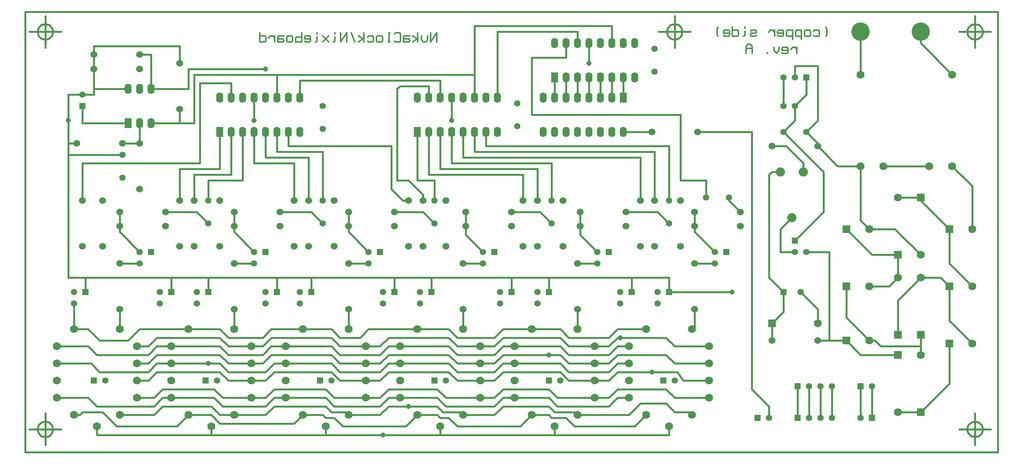
<source format=gbr>
G04 (Genere par PCBnew (20080825c)) le 18/8/2009-19:22:28*
G01*
G70*
G90*
%MOIN*%
G04 Gerber Fmt 3.4, Leading zero omitted, Abs format*
%FSLAX34Y34*%
G04 APERTURE LIST*
%ADD10C,0.015000*%
%ADD11C,0.012000*%
%ADD12C,0.070000*%
%ADD13R,0.062000X0.090000*%
%ADD14O,0.062000X0.090000*%
%ADD15C,0.055000*%
%ADD16R,0.070000X0.070000*%
%ADD17R,0.055000X0.055000*%
%ADD18C,0.060000*%
%ADD19C,0.160000*%
%ADD20C,0.080000*%
%ADD21C,0.045000*%
%ADD22C,0.017000*%
%ADD23C,0.005000*%
%ADD24C,0.001000*%
%ADD25C,0.008000*%
%ADD26C,0.010000*%
%ADD27C,0.090000*%
%ADD28R,0.082000X0.110000*%
%ADD29O,0.082000X0.110000*%
%ADD30C,0.075000*%
%ADD31R,0.090000X0.090000*%
%ADD32R,0.075000X0.075000*%
%ADD33C,0.180000*%
%ADD34C,0.100000*%
G04 APERTURE END LIST*
G54D10*
X96500Y-57250D02*
X96750Y-57250D01*
X89750Y-57250D02*
X96500Y-57250D01*
X71250Y-18750D02*
X96750Y-18750D01*
X11750Y-18750D02*
X12250Y-18750D01*
X11750Y-57250D02*
X11750Y-18750D01*
X12250Y-57250D02*
X11750Y-57250D01*
X96750Y-18750D02*
X96750Y-57250D01*
X69189Y-20500D02*
X69096Y-20844D01*
X69096Y-20844D02*
X68844Y-21096D01*
X68844Y-21096D02*
X68500Y-21189D01*
X68500Y-21189D02*
X68156Y-21096D01*
X68156Y-21096D02*
X67904Y-20844D01*
X67904Y-20844D02*
X67811Y-20500D01*
X67811Y-20500D02*
X67904Y-20156D01*
X67904Y-20156D02*
X68156Y-19904D01*
X68156Y-19904D02*
X68500Y-19811D01*
X68500Y-19811D02*
X68844Y-19904D01*
X68844Y-19904D02*
X69096Y-20156D01*
X69096Y-20156D02*
X69189Y-20500D01*
X67122Y-20500D02*
X69878Y-20500D01*
X68500Y-19122D02*
X68500Y-21878D01*
G54D11*
X47698Y-21400D02*
X47698Y-20600D01*
X47698Y-20600D02*
X47173Y-21400D01*
X47173Y-21400D02*
X47173Y-20600D01*
X46912Y-20867D02*
X46912Y-21223D01*
X46912Y-21223D02*
X46762Y-21400D01*
X46762Y-21400D02*
X46537Y-21400D01*
X46537Y-21400D02*
X46387Y-21223D01*
X46387Y-21223D02*
X46387Y-20867D01*
X46051Y-21400D02*
X46051Y-20600D01*
X46051Y-21134D02*
X45976Y-21134D01*
X45976Y-21134D02*
X45601Y-20867D01*
X45976Y-21134D02*
X45601Y-21400D01*
X45340Y-20867D02*
X44890Y-20867D01*
X44890Y-20867D02*
X44815Y-20956D01*
X44815Y-20956D02*
X44815Y-21400D01*
X44815Y-21400D02*
X45265Y-21400D01*
X45265Y-21400D02*
X45340Y-21312D01*
X45340Y-21312D02*
X45340Y-21223D01*
X45340Y-21223D02*
X45265Y-21134D01*
X45265Y-21134D02*
X44815Y-21134D01*
X44029Y-21312D02*
X44104Y-21400D01*
X44104Y-21400D02*
X44479Y-21400D01*
X44479Y-21400D02*
X44554Y-21312D01*
X44554Y-21312D02*
X44554Y-20689D01*
X44554Y-20689D02*
X44479Y-20600D01*
X44479Y-20600D02*
X44104Y-20600D01*
X44104Y-20600D02*
X44029Y-20689D01*
X43618Y-20600D02*
X43543Y-20600D01*
X43543Y-20600D02*
X43543Y-21400D01*
X43618Y-21400D02*
X43468Y-21400D01*
X42907Y-21400D02*
X42982Y-21312D01*
X42982Y-21312D02*
X42982Y-20956D01*
X42982Y-20956D02*
X42907Y-20867D01*
X42907Y-20867D02*
X42532Y-20867D01*
X42532Y-20867D02*
X42457Y-20956D01*
X42457Y-20956D02*
X42457Y-21312D01*
X42457Y-21312D02*
X42532Y-21400D01*
X42532Y-21400D02*
X42907Y-21400D01*
X41671Y-21312D02*
X41746Y-21400D01*
X41746Y-21400D02*
X42121Y-21400D01*
X42121Y-21400D02*
X42196Y-21312D01*
X42196Y-21312D02*
X42196Y-20956D01*
X42196Y-20956D02*
X42121Y-20867D01*
X42121Y-20867D02*
X41746Y-20867D01*
X41746Y-20867D02*
X41671Y-20956D01*
X41335Y-21400D02*
X41335Y-20600D01*
X41335Y-21134D02*
X41260Y-21134D01*
X41260Y-21134D02*
X40885Y-20867D01*
X41260Y-21134D02*
X40885Y-21400D01*
X40549Y-21400D02*
X40249Y-20600D01*
X39838Y-21400D02*
X39838Y-20600D01*
X39838Y-20600D02*
X39313Y-21400D01*
X39313Y-21400D02*
X39313Y-20600D01*
X38827Y-20600D02*
X38827Y-20689D01*
X38827Y-20956D02*
X38827Y-21312D01*
X38827Y-21312D02*
X38752Y-21400D01*
X38752Y-21400D02*
X38677Y-21400D01*
X38266Y-21400D02*
X37741Y-20867D01*
X38266Y-20867D02*
X37741Y-21400D01*
X37255Y-20600D02*
X37255Y-20689D01*
X37255Y-20956D02*
X37255Y-21312D01*
X37255Y-21312D02*
X37180Y-21400D01*
X37180Y-21400D02*
X37105Y-21400D01*
X36694Y-21134D02*
X36169Y-21134D01*
X36169Y-21134D02*
X36169Y-20956D01*
X36169Y-20956D02*
X36244Y-20867D01*
X36244Y-20867D02*
X36619Y-20867D01*
X36619Y-20867D02*
X36694Y-20956D01*
X36694Y-20956D02*
X36694Y-21312D01*
X36694Y-21312D02*
X36619Y-21400D01*
X36619Y-21400D02*
X36244Y-21400D01*
X36244Y-21400D02*
X36169Y-21312D01*
X35908Y-20600D02*
X35908Y-21400D01*
X35908Y-21400D02*
X35383Y-21400D01*
X35383Y-21400D02*
X35383Y-21045D01*
X35383Y-21045D02*
X35458Y-20956D01*
X35458Y-20956D02*
X35908Y-20956D01*
X35047Y-21400D02*
X35122Y-21312D01*
X35122Y-21312D02*
X35122Y-20956D01*
X35122Y-20956D02*
X35047Y-20867D01*
X35047Y-20867D02*
X34672Y-20867D01*
X34672Y-20867D02*
X34597Y-20956D01*
X34597Y-20956D02*
X34597Y-21312D01*
X34597Y-21312D02*
X34672Y-21400D01*
X34672Y-21400D02*
X35047Y-21400D01*
X34336Y-20867D02*
X33886Y-20867D01*
X33886Y-20867D02*
X33811Y-20956D01*
X33811Y-20956D02*
X33811Y-21400D01*
X33811Y-21400D02*
X34261Y-21400D01*
X34261Y-21400D02*
X34336Y-21312D01*
X34336Y-21312D02*
X34336Y-21223D01*
X34336Y-21223D02*
X34261Y-21134D01*
X34261Y-21134D02*
X33811Y-21134D01*
X33550Y-21400D02*
X33550Y-20867D01*
X33550Y-21045D02*
X33400Y-20867D01*
X33400Y-20867D02*
X33175Y-20867D01*
X33175Y-20867D02*
X33025Y-21045D01*
X32239Y-20600D02*
X32239Y-21400D01*
X32239Y-21400D02*
X32689Y-21400D01*
X32689Y-21400D02*
X32764Y-21312D01*
X32764Y-21312D02*
X32764Y-20956D01*
X32764Y-20956D02*
X32689Y-20867D01*
X32689Y-20867D02*
X32239Y-20867D01*
X81722Y-20900D02*
X81797Y-20723D01*
X81797Y-20723D02*
X81797Y-20278D01*
X81797Y-20278D02*
X81722Y-20100D01*
X80636Y-20812D02*
X80711Y-20900D01*
X80711Y-20900D02*
X81086Y-20900D01*
X81086Y-20900D02*
X81161Y-20812D01*
X81161Y-20812D02*
X81161Y-20456D01*
X81161Y-20456D02*
X81086Y-20367D01*
X81086Y-20367D02*
X80711Y-20367D01*
X80711Y-20367D02*
X80636Y-20456D01*
X80300Y-20900D02*
X80375Y-20812D01*
X80375Y-20812D02*
X80375Y-20456D01*
X80375Y-20456D02*
X80300Y-20367D01*
X80300Y-20367D02*
X79925Y-20367D01*
X79925Y-20367D02*
X79850Y-20456D01*
X79850Y-20456D02*
X79850Y-20812D01*
X79850Y-20812D02*
X79925Y-20900D01*
X79925Y-20900D02*
X80300Y-20900D01*
X79589Y-21166D02*
X79589Y-20367D01*
X79589Y-20456D02*
X79514Y-20367D01*
X79514Y-20367D02*
X79139Y-20367D01*
X79139Y-20367D02*
X79064Y-20456D01*
X79064Y-20456D02*
X79064Y-20812D01*
X79064Y-20812D02*
X79139Y-20900D01*
X79139Y-20900D02*
X79514Y-20900D01*
X79514Y-20900D02*
X79589Y-20812D01*
X78803Y-21166D02*
X78803Y-20367D01*
X78803Y-20456D02*
X78728Y-20367D01*
X78728Y-20367D02*
X78353Y-20367D01*
X78353Y-20367D02*
X78278Y-20456D01*
X78278Y-20456D02*
X78278Y-20812D01*
X78278Y-20812D02*
X78353Y-20900D01*
X78353Y-20900D02*
X78728Y-20900D01*
X78728Y-20900D02*
X78803Y-20812D01*
X78017Y-20634D02*
X77492Y-20634D01*
X77492Y-20634D02*
X77492Y-20456D01*
X77492Y-20456D02*
X77567Y-20367D01*
X77567Y-20367D02*
X77942Y-20367D01*
X77942Y-20367D02*
X78017Y-20456D01*
X78017Y-20456D02*
X78017Y-20812D01*
X78017Y-20812D02*
X77942Y-20900D01*
X77942Y-20900D02*
X77567Y-20900D01*
X77567Y-20900D02*
X77492Y-20812D01*
X77231Y-20900D02*
X77231Y-20367D01*
X77231Y-20545D02*
X77081Y-20367D01*
X77081Y-20367D02*
X76856Y-20367D01*
X76856Y-20367D02*
X76706Y-20545D01*
X75659Y-20812D02*
X75584Y-20900D01*
X75584Y-20900D02*
X75209Y-20900D01*
X75209Y-20900D02*
X75134Y-20812D01*
X75134Y-20812D02*
X75134Y-20723D01*
X75134Y-20723D02*
X75209Y-20634D01*
X75209Y-20634D02*
X75584Y-20634D01*
X75584Y-20634D02*
X75659Y-20545D01*
X75659Y-20545D02*
X75659Y-20456D01*
X75659Y-20456D02*
X75584Y-20367D01*
X75584Y-20367D02*
X75209Y-20367D01*
X75209Y-20367D02*
X75134Y-20456D01*
X74648Y-20100D02*
X74648Y-20189D01*
X74648Y-20456D02*
X74648Y-20812D01*
X74648Y-20812D02*
X74573Y-20900D01*
X74573Y-20900D02*
X74498Y-20900D01*
X73562Y-20100D02*
X73562Y-20900D01*
X73562Y-20900D02*
X74012Y-20900D01*
X74012Y-20900D02*
X74087Y-20812D01*
X74087Y-20812D02*
X74087Y-20456D01*
X74087Y-20456D02*
X74012Y-20367D01*
X74012Y-20367D02*
X73562Y-20367D01*
X73301Y-20634D02*
X72776Y-20634D01*
X72776Y-20634D02*
X72776Y-20456D01*
X72776Y-20456D02*
X72851Y-20367D01*
X72851Y-20367D02*
X73226Y-20367D01*
X73226Y-20367D02*
X73301Y-20456D01*
X73301Y-20456D02*
X73301Y-20812D01*
X73301Y-20812D02*
X73226Y-20900D01*
X73226Y-20900D02*
X72851Y-20900D01*
X72851Y-20900D02*
X72776Y-20812D01*
X72290Y-20900D02*
X72215Y-20723D01*
X72215Y-20723D02*
X72215Y-20278D01*
X72215Y-20278D02*
X72290Y-20100D01*
X79196Y-22400D02*
X79196Y-21867D01*
X79196Y-22045D02*
X79046Y-21867D01*
X79046Y-21867D02*
X78821Y-21867D01*
X78821Y-21867D02*
X78671Y-22045D01*
X78410Y-22134D02*
X77885Y-22134D01*
X77885Y-22134D02*
X77885Y-21956D01*
X77885Y-21956D02*
X77960Y-21867D01*
X77960Y-21867D02*
X78335Y-21867D01*
X78335Y-21867D02*
X78410Y-21956D01*
X78410Y-21956D02*
X78410Y-22312D01*
X78410Y-22312D02*
X78335Y-22400D01*
X78335Y-22400D02*
X77960Y-22400D01*
X77960Y-22400D02*
X77885Y-22312D01*
X77624Y-21867D02*
X77624Y-22134D01*
X77624Y-22134D02*
X77399Y-22400D01*
X77399Y-22400D02*
X77174Y-22134D01*
X77174Y-22134D02*
X77174Y-21867D01*
X76613Y-22400D02*
X76613Y-22312D01*
X75266Y-22400D02*
X75266Y-21778D01*
X75266Y-21778D02*
X75116Y-21600D01*
X75116Y-21600D02*
X74891Y-21600D01*
X74891Y-21600D02*
X74741Y-21778D01*
X74741Y-21778D02*
X74741Y-22400D01*
X75266Y-21956D02*
X74741Y-21956D01*
G54D10*
X14189Y-20500D02*
X14096Y-20844D01*
X14096Y-20844D02*
X13844Y-21096D01*
X13844Y-21096D02*
X13500Y-21189D01*
X13500Y-21189D02*
X13156Y-21096D01*
X13156Y-21096D02*
X12904Y-20844D01*
X12904Y-20844D02*
X12811Y-20500D01*
X12811Y-20500D02*
X12904Y-20156D01*
X12904Y-20156D02*
X13156Y-19904D01*
X13156Y-19904D02*
X13500Y-19811D01*
X13500Y-19811D02*
X13844Y-19904D01*
X13844Y-19904D02*
X14096Y-20156D01*
X14096Y-20156D02*
X14189Y-20500D01*
X12122Y-20500D02*
X14878Y-20500D01*
X13500Y-19122D02*
X13500Y-21878D01*
X14189Y-55250D02*
X14096Y-55594D01*
X14096Y-55594D02*
X13844Y-55846D01*
X13844Y-55846D02*
X13500Y-55939D01*
X13500Y-55939D02*
X13156Y-55846D01*
X13156Y-55846D02*
X12904Y-55594D01*
X12904Y-55594D02*
X12811Y-55250D01*
X12811Y-55250D02*
X12904Y-54906D01*
X12904Y-54906D02*
X13156Y-54654D01*
X13156Y-54654D02*
X13500Y-54561D01*
X13500Y-54561D02*
X13844Y-54654D01*
X13844Y-54654D02*
X14096Y-54906D01*
X14096Y-54906D02*
X14189Y-55250D01*
X12122Y-55250D02*
X14878Y-55250D01*
X13500Y-53872D02*
X13500Y-56628D01*
X95439Y-20500D02*
X95346Y-20844D01*
X95346Y-20844D02*
X95094Y-21096D01*
X95094Y-21096D02*
X94750Y-21189D01*
X94750Y-21189D02*
X94406Y-21096D01*
X94406Y-21096D02*
X94154Y-20844D01*
X94154Y-20844D02*
X94061Y-20500D01*
X94061Y-20500D02*
X94154Y-20156D01*
X94154Y-20156D02*
X94406Y-19904D01*
X94406Y-19904D02*
X94750Y-19811D01*
X94750Y-19811D02*
X95094Y-19904D01*
X95094Y-19904D02*
X95346Y-20156D01*
X95346Y-20156D02*
X95439Y-20500D01*
X93372Y-20500D02*
X96128Y-20500D01*
X94750Y-19122D02*
X94750Y-21878D01*
X95439Y-55250D02*
X95346Y-55594D01*
X95346Y-55594D02*
X95094Y-55846D01*
X95094Y-55846D02*
X94750Y-55939D01*
X94750Y-55939D02*
X94406Y-55846D01*
X94406Y-55846D02*
X94154Y-55594D01*
X94154Y-55594D02*
X94061Y-55250D01*
X94061Y-55250D02*
X94154Y-54906D01*
X94154Y-54906D02*
X94406Y-54654D01*
X94406Y-54654D02*
X94750Y-54561D01*
X94750Y-54561D02*
X95094Y-54654D01*
X95094Y-54654D02*
X95346Y-54906D01*
X95346Y-54906D02*
X95439Y-55250D01*
X93372Y-55250D02*
X96128Y-55250D01*
X94750Y-53872D02*
X94750Y-56628D01*
X37750Y-57250D02*
X12250Y-57250D01*
X63250Y-57250D02*
X37750Y-57250D01*
X69000Y-57250D02*
X63250Y-57250D01*
X77750Y-57250D02*
X69000Y-57250D01*
X89750Y-57250D02*
X77750Y-57250D01*
X36000Y-18750D02*
X12250Y-18750D01*
X71250Y-18750D02*
X36000Y-18750D01*
G54D12*
X70000Y-46500D03*
X66000Y-46500D03*
X64500Y-48000D03*
X64500Y-49500D03*
X64500Y-51000D03*
X64500Y-52500D03*
X66000Y-54000D03*
X68000Y-55000D03*
X70000Y-54000D03*
X71500Y-52500D03*
X71500Y-51000D03*
X71500Y-49500D03*
X71500Y-48000D03*
X60000Y-46500D03*
X56000Y-46500D03*
X54500Y-48000D03*
X54500Y-49500D03*
X54500Y-51000D03*
X54500Y-52500D03*
X56000Y-54000D03*
X58000Y-55000D03*
X60000Y-54000D03*
X61500Y-52500D03*
X61500Y-51000D03*
X61500Y-49500D03*
X61500Y-48000D03*
X50000Y-46500D03*
X46000Y-46500D03*
X44500Y-48000D03*
X44500Y-49500D03*
X44500Y-51000D03*
X44500Y-52500D03*
X46000Y-54000D03*
X48000Y-55000D03*
X50000Y-54000D03*
X51500Y-52500D03*
X51500Y-51000D03*
X51500Y-49500D03*
X51500Y-48000D03*
X40000Y-46500D03*
X36000Y-46500D03*
X34500Y-48000D03*
X34500Y-49500D03*
X34500Y-51000D03*
X34500Y-52500D03*
X36000Y-54000D03*
X38000Y-55000D03*
X40000Y-54000D03*
X41500Y-52500D03*
X41500Y-51000D03*
X41500Y-49500D03*
X41500Y-48000D03*
X30000Y-46500D03*
X26000Y-46500D03*
X24500Y-48000D03*
X24500Y-49500D03*
X24500Y-51000D03*
X24500Y-52500D03*
X26000Y-54000D03*
X28000Y-55000D03*
X30000Y-54000D03*
X31500Y-52500D03*
X31500Y-51000D03*
X31500Y-49500D03*
X31500Y-48000D03*
X20000Y-46500D03*
X16000Y-46500D03*
X14500Y-48000D03*
X14500Y-49500D03*
X14500Y-51000D03*
X14500Y-52500D03*
X16000Y-54000D03*
X18000Y-55000D03*
X20000Y-54000D03*
X21500Y-52500D03*
X21500Y-51000D03*
X21500Y-49500D03*
X21500Y-48000D03*
G54D13*
X28750Y-29250D03*
G54D14*
X29750Y-29250D03*
X30750Y-29250D03*
X31750Y-29250D03*
X32750Y-29250D03*
X33750Y-29250D03*
X34750Y-29250D03*
X35750Y-29250D03*
X35750Y-26250D03*
X34750Y-26250D03*
X33750Y-26250D03*
X32750Y-26250D03*
X31750Y-26250D03*
X30750Y-26250D03*
X29750Y-26250D03*
X28750Y-26250D03*
G54D13*
X46000Y-29250D03*
G54D14*
X47000Y-29250D03*
X48000Y-29250D03*
X49000Y-29250D03*
X50000Y-29250D03*
X51000Y-29250D03*
X52000Y-29250D03*
X53000Y-29250D03*
X53000Y-26250D03*
X52000Y-26250D03*
X51000Y-26250D03*
X50000Y-26250D03*
X49000Y-26250D03*
X48000Y-26250D03*
X47000Y-26250D03*
X46000Y-26250D03*
G54D13*
X58000Y-24500D03*
G54D14*
X59000Y-24500D03*
X60000Y-24500D03*
X61000Y-24500D03*
X62000Y-24500D03*
X63000Y-24500D03*
X64000Y-24500D03*
X65000Y-24500D03*
X65000Y-21500D03*
X64000Y-21500D03*
X63000Y-21500D03*
X62000Y-21500D03*
X61000Y-21500D03*
X60000Y-21500D03*
X59000Y-21500D03*
X58000Y-21500D03*
G54D13*
X64000Y-26250D03*
G54D14*
X63000Y-26250D03*
X62000Y-26250D03*
X61000Y-26250D03*
X60000Y-26250D03*
X59000Y-26250D03*
X58000Y-26250D03*
X57000Y-26250D03*
X57000Y-29250D03*
X58000Y-29250D03*
X59000Y-29250D03*
X60000Y-29250D03*
X61000Y-29250D03*
X62000Y-29250D03*
X63000Y-29250D03*
X64000Y-29250D03*
G54D15*
X27750Y-37250D03*
X27750Y-35250D03*
X37750Y-37250D03*
X37750Y-35250D03*
X47500Y-37250D03*
X47500Y-35250D03*
X57750Y-37250D03*
X57750Y-35250D03*
X68000Y-37250D03*
X68000Y-35250D03*
X73250Y-35000D03*
X71250Y-35000D03*
X37750Y-27000D03*
X37750Y-29000D03*
X54750Y-26750D03*
X54750Y-28750D03*
X66750Y-22000D03*
X66750Y-24000D03*
X78000Y-29250D03*
X80000Y-29250D03*
X20250Y-33250D03*
X20250Y-31250D03*
G54D12*
X81000Y-46000D03*
G54D16*
X77000Y-46000D03*
G54D12*
X90000Y-40000D03*
G54D16*
X90000Y-35000D03*
G54D12*
X88000Y-42000D03*
G54D16*
X88000Y-47000D03*
G54D12*
X90000Y-48750D03*
G54D16*
X90000Y-53750D03*
G54D12*
X88000Y-35000D03*
G54D16*
X88000Y-40000D03*
G54D12*
X90000Y-42000D03*
G54D16*
X90000Y-47000D03*
G54D12*
X88000Y-53750D03*
G54D16*
X88000Y-48750D03*
G54D17*
X75750Y-54250D03*
G54D15*
X76750Y-54250D03*
G54D17*
X67500Y-51000D03*
G54D15*
X68500Y-51000D03*
G54D17*
X57500Y-51000D03*
G54D15*
X58500Y-51000D03*
G54D17*
X47500Y-51000D03*
G54D15*
X48500Y-51000D03*
G54D17*
X37500Y-51000D03*
G54D15*
X38500Y-51000D03*
G54D17*
X27500Y-51000D03*
G54D15*
X28500Y-51000D03*
G54D17*
X17750Y-51000D03*
G54D15*
X18750Y-51000D03*
G54D17*
X85750Y-54250D03*
G54D15*
X84750Y-54250D03*
G54D18*
X16750Y-35250D03*
X16750Y-39250D03*
X25250Y-35250D03*
X25250Y-39250D03*
X26500Y-35250D03*
X26500Y-39250D03*
X35250Y-35250D03*
X35250Y-39250D03*
X36500Y-35250D03*
X36500Y-39250D03*
X45250Y-35250D03*
X45250Y-39250D03*
X46500Y-35250D03*
X46500Y-39250D03*
X55250Y-35250D03*
X55250Y-39250D03*
X56500Y-35250D03*
X56500Y-39250D03*
X65500Y-35250D03*
X65500Y-39250D03*
X66750Y-35250D03*
X66750Y-39250D03*
X20000Y-36250D03*
X24000Y-36250D03*
X24000Y-37500D03*
X20000Y-37500D03*
X30000Y-36250D03*
X34000Y-36250D03*
X34000Y-37500D03*
X30000Y-37500D03*
X40000Y-36250D03*
X44000Y-36250D03*
X44000Y-37500D03*
X40000Y-37500D03*
X50250Y-36250D03*
X54250Y-36250D03*
X54250Y-37500D03*
X50250Y-37500D03*
X60250Y-36250D03*
X64250Y-36250D03*
X64250Y-37500D03*
X60250Y-37500D03*
X70250Y-36250D03*
X74250Y-36250D03*
X74250Y-37500D03*
X70250Y-37500D03*
X21750Y-23750D03*
X17750Y-23750D03*
X21750Y-22500D03*
X17750Y-22500D03*
X25250Y-27250D03*
X25250Y-23250D03*
X70500Y-29250D03*
X66500Y-29250D03*
X69000Y-39250D03*
X69000Y-35250D03*
X58750Y-39250D03*
X58750Y-35250D03*
X48500Y-39250D03*
X48500Y-35250D03*
X38750Y-39250D03*
X38750Y-35250D03*
X28750Y-39250D03*
X28750Y-35250D03*
X18500Y-39250D03*
X18500Y-35250D03*
X21750Y-30250D03*
X21750Y-34250D03*
X20250Y-30250D03*
X16250Y-30250D03*
X20000Y-40750D03*
X20000Y-44750D03*
X30000Y-40750D03*
X30000Y-44750D03*
X40000Y-40750D03*
X40000Y-44750D03*
X50000Y-40750D03*
X50000Y-44750D03*
X60000Y-40750D03*
X60000Y-44750D03*
X70250Y-40750D03*
X70250Y-44750D03*
X81000Y-47500D03*
X77000Y-47500D03*
X77000Y-30500D03*
X81000Y-30500D03*
G54D17*
X17000Y-43250D03*
G54D15*
X16000Y-43250D03*
X16000Y-44250D03*
G54D17*
X24500Y-43250D03*
G54D15*
X23500Y-43250D03*
X23500Y-44250D03*
G54D17*
X27750Y-43250D03*
G54D15*
X26750Y-43250D03*
X26750Y-44250D03*
G54D17*
X33750Y-43250D03*
G54D15*
X32750Y-43250D03*
X32750Y-44250D03*
G54D17*
X36750Y-43250D03*
G54D15*
X35750Y-43250D03*
X35750Y-44250D03*
G54D17*
X44000Y-43250D03*
G54D15*
X43000Y-43250D03*
X43000Y-44250D03*
G54D17*
X47250Y-43250D03*
G54D15*
X46250Y-43250D03*
X46250Y-44250D03*
G54D17*
X54250Y-43250D03*
G54D15*
X53250Y-43250D03*
X53250Y-44250D03*
G54D17*
X57500Y-43250D03*
G54D15*
X56500Y-43250D03*
X56500Y-44250D03*
G54D17*
X64750Y-43250D03*
G54D15*
X63750Y-43250D03*
X63750Y-44250D03*
G54D17*
X68000Y-43250D03*
G54D15*
X67000Y-43250D03*
X67000Y-44250D03*
G54D17*
X22750Y-39750D03*
G54D15*
X21750Y-39750D03*
X21750Y-40750D03*
G54D17*
X32750Y-39750D03*
G54D15*
X31750Y-39750D03*
X31750Y-40750D03*
G54D17*
X42750Y-39750D03*
G54D15*
X41750Y-39750D03*
X41750Y-40750D03*
G54D17*
X52750Y-39750D03*
G54D15*
X51750Y-39750D03*
X51750Y-40750D03*
G54D17*
X62750Y-39750D03*
G54D15*
X61750Y-39750D03*
X61750Y-40750D03*
G54D17*
X73000Y-39750D03*
G54D15*
X72000Y-39750D03*
X72000Y-40750D03*
G54D17*
X79000Y-38750D03*
G54D15*
X79000Y-39750D03*
X80000Y-39750D03*
G54D12*
X84750Y-24250D03*
X92750Y-24250D03*
X92750Y-32250D03*
X90750Y-32250D03*
X84750Y-32250D03*
X86750Y-32250D03*
G54D19*
X90000Y-20500D03*
X84750Y-20500D03*
G54D15*
X79000Y-27000D03*
X78000Y-27000D03*
G54D17*
X78000Y-43250D03*
G54D15*
X79500Y-43250D03*
G54D17*
X16750Y-27000D03*
G54D15*
X16750Y-26000D03*
G54D16*
X83500Y-47500D03*
G54D12*
X85500Y-47500D03*
G54D16*
X83500Y-42750D03*
G54D12*
X85500Y-42750D03*
G54D16*
X83500Y-37750D03*
G54D12*
X85500Y-37750D03*
G54D16*
X92500Y-47750D03*
G54D12*
X94500Y-47750D03*
G54D16*
X92500Y-42750D03*
G54D12*
X94500Y-42750D03*
G54D16*
X92500Y-37750D03*
G54D12*
X94500Y-37750D03*
G54D17*
X84750Y-51500D03*
G54D15*
X85750Y-51500D03*
G54D17*
X80000Y-24500D03*
G54D15*
X79000Y-24500D03*
X78000Y-24500D03*
G54D17*
X79250Y-51500D03*
G54D15*
X80250Y-51500D03*
X81250Y-51500D03*
X82250Y-51500D03*
G54D17*
X79250Y-54250D03*
G54D15*
X80250Y-54250D03*
X81250Y-54250D03*
X82250Y-54250D03*
G54D20*
X79750Y-32750D03*
X78750Y-36750D03*
X77750Y-32750D03*
G54D13*
X20750Y-28500D03*
G54D14*
X20750Y-25500D03*
X21750Y-28500D03*
X21750Y-25500D03*
X22750Y-28500D03*
X22750Y-25500D03*
G54D21*
X27750Y-49500D03*
X43000Y-55750D03*
X45250Y-53250D03*
X66500Y-50250D03*
X57500Y-48750D03*
X63750Y-47250D03*
X31750Y-28250D03*
X49000Y-28250D03*
X61000Y-23250D03*
X15500Y-28250D03*
X73500Y-43250D03*
X32750Y-23750D03*
G54D22*
X70250Y-44750D02*
X70250Y-46250D01*
X70250Y-46250D02*
X70000Y-46500D01*
X16000Y-46500D02*
X17250Y-46500D01*
X21750Y-46500D02*
X26000Y-46500D01*
X20750Y-47500D02*
X21750Y-46500D01*
X18250Y-47500D02*
X20750Y-47500D01*
X17250Y-46500D02*
X18250Y-47500D01*
X26000Y-46500D02*
X28750Y-46500D01*
X33250Y-46500D02*
X36000Y-46500D01*
X32500Y-47250D02*
X33250Y-46500D01*
X29500Y-47250D02*
X32500Y-47250D01*
X28750Y-46500D02*
X29500Y-47250D01*
X36000Y-46500D02*
X38500Y-46500D01*
X41750Y-46500D02*
X46000Y-46500D01*
X41000Y-47250D02*
X41750Y-46500D01*
X39250Y-47250D02*
X41000Y-47250D01*
X38500Y-46500D02*
X39250Y-47250D01*
X46000Y-46500D02*
X48750Y-46500D01*
X53500Y-46500D02*
X56000Y-46500D01*
X52750Y-47250D02*
X53500Y-46500D01*
X49500Y-47250D02*
X52750Y-47250D01*
X48750Y-46500D02*
X49500Y-47250D01*
X56000Y-46500D02*
X58500Y-46500D01*
X63500Y-46500D02*
X66000Y-46500D01*
X62750Y-47250D02*
X63500Y-46500D01*
X59250Y-47250D02*
X62750Y-47250D01*
X58500Y-46500D02*
X59250Y-47250D01*
X16000Y-44250D02*
X16000Y-46500D01*
X24500Y-48000D02*
X23250Y-48000D01*
X17250Y-48000D02*
X14500Y-48000D01*
X18000Y-48750D02*
X17250Y-48000D01*
X18250Y-48750D02*
X18000Y-48750D01*
X23250Y-48000D02*
X22500Y-48750D01*
X22500Y-48750D02*
X18250Y-48750D01*
X24500Y-48000D02*
X28750Y-48000D01*
X33250Y-48000D02*
X34500Y-48000D01*
X32500Y-48750D02*
X33250Y-48000D01*
X29500Y-48750D02*
X32500Y-48750D01*
X28750Y-48000D02*
X29500Y-48750D01*
X34500Y-48000D02*
X38500Y-48000D01*
X43500Y-48000D02*
X44500Y-48000D01*
X42750Y-48750D02*
X43500Y-48000D01*
X39250Y-48750D02*
X42750Y-48750D01*
X38500Y-48000D02*
X39250Y-48750D01*
X44500Y-48000D02*
X48750Y-48000D01*
X53500Y-48000D02*
X54500Y-48000D01*
X52750Y-48750D02*
X53500Y-48000D01*
X49500Y-48750D02*
X52750Y-48750D01*
X48750Y-48000D02*
X49500Y-48750D01*
X54500Y-48000D02*
X58500Y-48000D01*
X63500Y-48000D02*
X64500Y-48000D01*
X62750Y-48750D02*
X63500Y-48000D01*
X59250Y-48750D02*
X62750Y-48750D01*
X58500Y-48000D02*
X59250Y-48750D01*
X24500Y-49500D02*
X27750Y-49500D01*
X27750Y-49500D02*
X28750Y-49500D01*
X33500Y-49500D02*
X34500Y-49500D01*
X32750Y-50250D02*
X33500Y-49500D01*
X29500Y-50250D02*
X32750Y-50250D01*
X28750Y-49500D02*
X29500Y-50250D01*
X24500Y-49500D02*
X23250Y-49500D01*
X17500Y-49500D02*
X14500Y-49500D01*
X18250Y-50250D02*
X17500Y-49500D01*
X22500Y-50250D02*
X18250Y-50250D01*
X23250Y-49500D02*
X22500Y-50250D01*
X34500Y-49500D02*
X38500Y-49500D01*
X43500Y-49500D02*
X44500Y-49500D01*
X42750Y-50250D02*
X43500Y-49500D01*
X39250Y-50250D02*
X42750Y-50250D01*
X38500Y-49500D02*
X39250Y-50250D01*
X44500Y-49500D02*
X48750Y-49500D01*
X53500Y-49500D02*
X54500Y-49500D01*
X52750Y-50250D02*
X53500Y-49500D01*
X49500Y-50250D02*
X52750Y-50250D01*
X48750Y-49500D02*
X49500Y-50250D01*
X54500Y-49500D02*
X58500Y-49500D01*
X63500Y-49500D02*
X64500Y-49500D01*
X62750Y-50250D02*
X63500Y-49500D01*
X59250Y-50250D02*
X62750Y-50250D01*
X58500Y-49500D02*
X59250Y-50250D01*
X24500Y-52500D02*
X23750Y-52500D01*
X17250Y-52500D02*
X14500Y-52500D01*
X18000Y-53250D02*
X17250Y-52500D01*
X23000Y-53250D02*
X18000Y-53250D01*
X23750Y-52500D02*
X23000Y-53250D01*
X24500Y-52500D02*
X28250Y-52500D01*
X33500Y-52500D02*
X34500Y-52500D01*
X32750Y-53250D02*
X33500Y-52500D01*
X29000Y-53250D02*
X32750Y-53250D01*
X28250Y-52500D02*
X29000Y-53250D01*
X34500Y-52500D02*
X38000Y-52500D01*
X43500Y-52500D02*
X44500Y-52500D01*
X42750Y-53250D02*
X43500Y-52500D01*
X38750Y-53250D02*
X42750Y-53250D01*
X38000Y-52500D02*
X38750Y-53250D01*
X44500Y-52500D02*
X47750Y-52500D01*
X53500Y-52500D02*
X54500Y-52500D01*
X52750Y-53250D02*
X53500Y-52500D01*
X48500Y-53250D02*
X52750Y-53250D01*
X47750Y-52500D02*
X48500Y-53250D01*
X54500Y-52500D02*
X57500Y-52500D01*
X63500Y-52500D02*
X64500Y-52500D01*
X62750Y-53250D02*
X63500Y-52500D01*
X58250Y-53250D02*
X62750Y-53250D01*
X57500Y-52500D02*
X58250Y-53250D01*
X16000Y-54000D02*
X16500Y-54000D01*
X25000Y-55000D02*
X26000Y-54000D01*
X19750Y-55000D02*
X25000Y-55000D01*
X18500Y-53750D02*
X19750Y-55000D01*
X16750Y-53750D02*
X18500Y-53750D01*
X16500Y-54000D02*
X16750Y-53750D01*
X26000Y-54000D02*
X28000Y-54000D01*
X35250Y-54750D02*
X36000Y-54000D01*
X28750Y-54750D02*
X35250Y-54750D01*
X28000Y-54000D02*
X28750Y-54750D01*
X36000Y-54000D02*
X37750Y-54000D01*
X45000Y-55000D02*
X46000Y-54000D01*
X39500Y-55000D02*
X45000Y-55000D01*
X38750Y-54250D02*
X39500Y-55000D01*
X38000Y-54250D02*
X38750Y-54250D01*
X37750Y-54000D02*
X38000Y-54250D01*
X46000Y-54000D02*
X47750Y-54000D01*
X55000Y-55000D02*
X56000Y-54000D01*
X49500Y-55000D02*
X55000Y-55000D01*
X48750Y-54250D02*
X49500Y-55000D01*
X48000Y-54250D02*
X48750Y-54250D01*
X47750Y-54000D02*
X48000Y-54250D01*
X56000Y-54000D02*
X57500Y-54000D01*
X65000Y-55000D02*
X66000Y-54000D01*
X59750Y-55000D02*
X65000Y-55000D01*
X59000Y-54250D02*
X59750Y-55000D01*
X57750Y-54250D02*
X59000Y-54250D01*
X57500Y-54000D02*
X57750Y-54250D01*
X18000Y-55000D02*
X18000Y-55750D01*
X28000Y-55750D02*
X28000Y-55000D01*
X18000Y-55750D02*
X28000Y-55750D01*
X28000Y-55750D02*
X35750Y-55750D01*
X38000Y-55750D02*
X38000Y-55000D01*
X35750Y-55750D02*
X38000Y-55750D01*
X38000Y-55750D02*
X43000Y-55750D01*
X43000Y-55750D02*
X43250Y-55750D01*
X43250Y-55750D02*
X44500Y-55750D01*
X48000Y-55750D02*
X48000Y-55000D01*
X44500Y-55750D02*
X48000Y-55750D01*
X48000Y-55750D02*
X52500Y-55750D01*
X58000Y-55750D02*
X58000Y-55000D01*
X52500Y-55750D02*
X58000Y-55750D01*
X58000Y-55750D02*
X68000Y-55750D01*
X68000Y-55750D02*
X68000Y-55000D01*
X20000Y-54000D02*
X23000Y-54000D01*
X28750Y-54000D02*
X30000Y-54000D01*
X28000Y-53250D02*
X28750Y-54000D01*
X23750Y-53250D02*
X28000Y-53250D01*
X23000Y-54000D02*
X23750Y-53250D01*
X40000Y-54000D02*
X42750Y-54000D01*
X42750Y-54000D02*
X43500Y-53250D01*
X43500Y-53250D02*
X45250Y-53250D01*
X45250Y-53250D02*
X47750Y-53250D01*
X47750Y-53250D02*
X48250Y-53750D01*
X48250Y-53750D02*
X49750Y-53750D01*
X49750Y-53750D02*
X50000Y-54000D01*
X50000Y-54000D02*
X52750Y-54000D01*
X59750Y-53750D02*
X60000Y-54000D01*
X58000Y-53750D02*
X59750Y-53750D01*
X57500Y-53250D02*
X58000Y-53750D01*
X53500Y-53250D02*
X57500Y-53250D01*
X52750Y-54000D02*
X53500Y-53250D01*
X60000Y-54000D02*
X64500Y-54000D01*
X69750Y-53750D02*
X70000Y-54000D01*
X68500Y-53750D02*
X69750Y-53750D01*
X67750Y-53000D02*
X68500Y-53750D01*
X65500Y-53000D02*
X67750Y-53000D01*
X64500Y-54000D02*
X65500Y-53000D01*
X30000Y-54000D02*
X32750Y-54000D01*
X39750Y-53750D02*
X40000Y-54000D01*
X38500Y-53750D02*
X39750Y-53750D01*
X38000Y-53250D02*
X38500Y-53750D01*
X33500Y-53250D02*
X38000Y-53250D01*
X32750Y-54000D02*
X33500Y-53250D01*
X21500Y-52500D02*
X23000Y-52500D01*
X29000Y-52500D02*
X31500Y-52500D01*
X28250Y-51750D02*
X29000Y-52500D01*
X23750Y-51750D02*
X28250Y-51750D01*
X23000Y-52500D02*
X23750Y-51750D01*
X31500Y-52500D02*
X32750Y-52500D01*
X38750Y-52500D02*
X41500Y-52500D01*
X38000Y-51750D02*
X38750Y-52500D01*
X33500Y-51750D02*
X38000Y-51750D01*
X32750Y-52500D02*
X33500Y-51750D01*
X41500Y-52500D02*
X42750Y-52500D01*
X48500Y-52500D02*
X51500Y-52500D01*
X47750Y-51750D02*
X48500Y-52500D01*
X43500Y-51750D02*
X47750Y-51750D01*
X42750Y-52500D02*
X43500Y-51750D01*
X51500Y-52500D02*
X52750Y-52500D01*
X58250Y-52500D02*
X61500Y-52500D01*
X57500Y-51750D02*
X58250Y-52500D01*
X53500Y-51750D02*
X57500Y-51750D01*
X52750Y-52500D02*
X53500Y-51750D01*
X61500Y-52500D02*
X62750Y-52500D01*
X68500Y-52500D02*
X71500Y-52500D01*
X67750Y-51750D02*
X68500Y-52500D01*
X63500Y-51750D02*
X67750Y-51750D01*
X62750Y-52500D02*
X63500Y-51750D01*
X31500Y-51000D02*
X29500Y-51000D01*
X22500Y-51000D02*
X21500Y-51000D01*
X28750Y-50250D02*
X29500Y-51000D01*
X23250Y-50250D02*
X28750Y-50250D01*
X23250Y-50250D02*
X22500Y-51000D01*
X31500Y-51000D02*
X32750Y-51000D01*
X39250Y-51000D02*
X41500Y-51000D01*
X38500Y-50250D02*
X39250Y-51000D01*
X33500Y-50250D02*
X38500Y-50250D01*
X32750Y-51000D02*
X33500Y-50250D01*
X41500Y-51000D02*
X42750Y-51000D01*
X49500Y-51000D02*
X51500Y-51000D01*
X48750Y-50250D02*
X49500Y-51000D01*
X43500Y-50250D02*
X48750Y-50250D01*
X42750Y-51000D02*
X43500Y-50250D01*
X51500Y-51000D02*
X52750Y-51000D01*
X59250Y-51000D02*
X61500Y-51000D01*
X58500Y-50250D02*
X59250Y-51000D01*
X53500Y-50250D02*
X58500Y-50250D01*
X52750Y-51000D02*
X53500Y-50250D01*
X61500Y-51000D02*
X62750Y-51000D01*
X69250Y-51000D02*
X71500Y-51000D01*
X68750Y-50250D02*
X69250Y-51000D01*
X63500Y-50250D02*
X66250Y-50250D01*
X66250Y-50250D02*
X66500Y-50250D01*
X66500Y-50250D02*
X68750Y-50250D01*
X62750Y-51000D02*
X63500Y-50250D01*
X21500Y-49500D02*
X22500Y-49500D01*
X29500Y-49500D02*
X31500Y-49500D01*
X28750Y-48750D02*
X29500Y-49500D01*
X23250Y-48750D02*
X28750Y-48750D01*
X22500Y-49500D02*
X23250Y-48750D01*
X31500Y-49500D02*
X32500Y-49500D01*
X39250Y-49500D02*
X41500Y-49500D01*
X38500Y-48750D02*
X39250Y-49500D01*
X33250Y-48750D02*
X38500Y-48750D01*
X32500Y-49500D02*
X33250Y-48750D01*
X41500Y-49500D02*
X42750Y-49500D01*
X49500Y-49500D02*
X51500Y-49500D01*
X48750Y-48750D02*
X49500Y-49500D01*
X43500Y-48750D02*
X48750Y-48750D01*
X42750Y-49500D02*
X43500Y-48750D01*
X51500Y-49500D02*
X52750Y-49500D01*
X59250Y-49500D02*
X61500Y-49500D01*
X58500Y-48750D02*
X59250Y-49500D01*
X53500Y-48750D02*
X57250Y-48750D01*
X57250Y-48750D02*
X57500Y-48750D01*
X57500Y-48750D02*
X58500Y-48750D01*
X52750Y-49500D02*
X53500Y-48750D01*
X61500Y-49500D02*
X62750Y-49500D01*
X68500Y-49500D02*
X71500Y-49500D01*
X67750Y-48750D02*
X68500Y-49500D01*
X63500Y-48750D02*
X67750Y-48750D01*
X62750Y-49500D02*
X63500Y-48750D01*
X21500Y-48000D02*
X22500Y-48000D01*
X29500Y-48000D02*
X31500Y-48000D01*
X28750Y-47250D02*
X29500Y-48000D01*
X23250Y-47250D02*
X28750Y-47250D01*
X22500Y-48000D02*
X23250Y-47250D01*
X31500Y-48000D02*
X32500Y-48000D01*
X39250Y-48000D02*
X41500Y-48000D01*
X38500Y-47250D02*
X39250Y-48000D01*
X33250Y-47250D02*
X38500Y-47250D01*
X32500Y-48000D02*
X33250Y-47250D01*
X41500Y-48000D02*
X42750Y-48000D01*
X49500Y-48000D02*
X51500Y-48000D01*
X48750Y-47250D02*
X49500Y-48000D01*
X43500Y-47250D02*
X48750Y-47250D01*
X42750Y-48000D02*
X43500Y-47250D01*
X51500Y-48000D02*
X52750Y-48000D01*
X59250Y-48000D02*
X61500Y-48000D01*
X58500Y-47250D02*
X59250Y-48000D01*
X53500Y-47250D02*
X58500Y-47250D01*
X52750Y-48000D02*
X53500Y-47250D01*
X61500Y-48000D02*
X62750Y-48000D01*
X68500Y-48000D02*
X71500Y-48000D01*
X67750Y-47250D02*
X68500Y-48000D01*
X63500Y-47250D02*
X63750Y-47250D01*
X63750Y-47250D02*
X67750Y-47250D01*
X62750Y-48000D02*
X63500Y-47250D01*
X60000Y-44750D02*
X60000Y-46500D01*
X50000Y-44750D02*
X50000Y-46500D01*
X40000Y-44750D02*
X40000Y-46500D01*
X30000Y-44750D02*
X30000Y-46500D01*
X20000Y-44750D02*
X20000Y-46500D01*
X28750Y-29250D02*
X28750Y-32500D01*
X25250Y-32500D02*
X25250Y-35250D01*
X28750Y-32500D02*
X25250Y-32500D01*
X29750Y-29250D02*
X29750Y-33000D01*
X26500Y-33000D02*
X26500Y-35250D01*
X29750Y-33000D02*
X26500Y-33000D01*
X30750Y-29250D02*
X30750Y-33500D01*
X27750Y-33500D02*
X27750Y-35250D01*
X30750Y-33500D02*
X27750Y-33500D01*
X31750Y-29250D02*
X31750Y-32000D01*
X35250Y-32000D02*
X35250Y-35250D01*
X31750Y-32000D02*
X35250Y-32000D01*
X32750Y-29250D02*
X32750Y-31500D01*
X36500Y-31500D02*
X36500Y-35250D01*
X32750Y-31500D02*
X36500Y-31500D01*
X33750Y-29250D02*
X33750Y-31000D01*
X37750Y-31000D02*
X37750Y-35250D01*
X33750Y-31000D02*
X37750Y-31000D01*
X34750Y-29250D02*
X34750Y-30500D01*
X44750Y-35250D02*
X45250Y-35250D01*
X43750Y-34250D02*
X44750Y-35250D01*
X43750Y-30500D02*
X43750Y-34250D01*
X34750Y-30500D02*
X43750Y-30500D01*
X81000Y-46000D02*
X81000Y-44750D01*
X81000Y-44750D02*
X79500Y-43250D01*
X85500Y-37750D02*
X87750Y-37750D01*
X87750Y-37750D02*
X90000Y-40000D01*
X84750Y-32250D02*
X84750Y-37000D01*
X84750Y-37000D02*
X85500Y-37750D01*
X17000Y-43250D02*
X17000Y-42000D01*
X24500Y-42000D02*
X24500Y-43250D01*
X17000Y-42000D02*
X24500Y-42000D01*
X24500Y-42000D02*
X27750Y-42000D01*
X27750Y-42000D02*
X27750Y-43250D01*
X27750Y-42000D02*
X33750Y-42000D01*
X33750Y-42000D02*
X33750Y-43250D01*
X33750Y-42000D02*
X36750Y-42000D01*
X36750Y-42000D02*
X44000Y-42000D01*
X44000Y-42000D02*
X44250Y-42000D01*
X47250Y-42000D02*
X47250Y-43250D01*
X44250Y-42000D02*
X47250Y-42000D01*
X36750Y-43250D02*
X36750Y-42000D01*
X44000Y-43250D02*
X44000Y-42000D01*
X47250Y-42000D02*
X54250Y-42000D01*
X54250Y-42000D02*
X54250Y-43250D01*
X54250Y-42000D02*
X57500Y-42000D01*
X57500Y-42000D02*
X57500Y-43250D01*
X57500Y-42000D02*
X64500Y-42000D01*
X64500Y-42000D02*
X64750Y-42000D01*
X64750Y-42000D02*
X68000Y-42000D01*
X68000Y-42000D02*
X68000Y-43250D01*
X64750Y-43250D02*
X64750Y-42000D01*
X17000Y-42000D02*
X15500Y-42000D01*
X15500Y-42000D02*
X15500Y-31250D01*
X15500Y-31250D02*
X15500Y-30500D01*
X31750Y-26250D02*
X31750Y-28250D01*
X49000Y-26250D02*
X49000Y-28250D01*
X61000Y-21500D02*
X61000Y-23250D01*
X17750Y-23750D02*
X17750Y-25500D01*
X17750Y-25500D02*
X17750Y-26000D01*
X17750Y-26000D02*
X16750Y-26000D01*
X20750Y-25500D02*
X17750Y-25500D01*
X16750Y-26000D02*
X15500Y-26000D01*
X15500Y-26000D02*
X15500Y-28250D01*
X15500Y-28250D02*
X15500Y-30250D01*
X15500Y-30250D02*
X15500Y-30500D01*
X17750Y-22500D02*
X17750Y-23750D01*
X25250Y-23250D02*
X25250Y-21750D01*
X17750Y-21750D02*
X17750Y-22500D01*
X25250Y-21750D02*
X17750Y-21750D01*
X16250Y-30250D02*
X15500Y-30250D01*
X20250Y-31250D02*
X15500Y-31250D01*
X68000Y-43250D02*
X73500Y-43250D01*
X84750Y-32250D02*
X82750Y-32250D01*
X82750Y-32250D02*
X81000Y-30500D01*
X81000Y-30500D02*
X81000Y-30250D01*
X81000Y-30250D02*
X80000Y-29250D01*
X79000Y-24500D02*
X79000Y-23500D01*
X81000Y-28250D02*
X80000Y-29250D01*
X81000Y-23500D02*
X81000Y-28250D01*
X79000Y-23500D02*
X81000Y-23500D01*
X35750Y-26250D02*
X35750Y-24750D01*
X48000Y-24750D02*
X48000Y-26250D01*
X35750Y-24750D02*
X48000Y-24750D01*
X16750Y-27000D02*
X16750Y-28500D01*
X16750Y-28500D02*
X20750Y-28500D01*
X33750Y-26250D02*
X33750Y-24250D01*
X51000Y-24250D02*
X51000Y-26250D01*
X33750Y-24250D02*
X51000Y-24250D01*
X63000Y-21500D02*
X63000Y-20000D01*
X51000Y-20000D02*
X51000Y-24250D01*
X63000Y-20000D02*
X51000Y-20000D01*
X22750Y-28500D02*
X25250Y-28500D01*
X25250Y-28500D02*
X26500Y-28500D01*
X26500Y-24250D02*
X33750Y-24250D01*
X26500Y-28500D02*
X26500Y-24250D01*
X25250Y-27250D02*
X25250Y-28500D01*
X22750Y-25500D02*
X26000Y-25500D01*
X26000Y-23750D02*
X32750Y-23750D01*
X26000Y-25500D02*
X26000Y-23750D01*
X21750Y-22500D02*
X22750Y-22500D01*
X22750Y-22500D02*
X22750Y-25500D01*
X29750Y-26250D02*
X29750Y-25000D01*
X16750Y-32000D02*
X16750Y-35250D01*
X27000Y-32000D02*
X16750Y-32000D01*
X27000Y-25000D02*
X27000Y-32000D01*
X29750Y-25000D02*
X27000Y-25000D01*
X46000Y-29250D02*
X46000Y-33500D01*
X47500Y-33500D02*
X47500Y-35250D01*
X46000Y-33500D02*
X47500Y-33500D01*
X47000Y-29250D02*
X47000Y-33000D01*
X55250Y-33000D02*
X55250Y-35250D01*
X47000Y-33000D02*
X55250Y-33000D01*
X48000Y-29250D02*
X48000Y-32500D01*
X56500Y-32500D02*
X56500Y-35250D01*
X48000Y-32500D02*
X56500Y-32500D01*
X49000Y-29250D02*
X49000Y-32000D01*
X57750Y-32000D02*
X57750Y-35250D01*
X49000Y-32000D02*
X57750Y-32000D01*
X50000Y-29250D02*
X50000Y-31500D01*
X65500Y-31500D02*
X65500Y-35250D01*
X50000Y-31500D02*
X65500Y-31500D01*
X51000Y-29250D02*
X51000Y-31000D01*
X66750Y-31000D02*
X66750Y-35250D01*
X51000Y-31000D02*
X66750Y-31000D01*
X52000Y-29250D02*
X52000Y-30500D01*
X68000Y-30500D02*
X68000Y-35250D01*
X52000Y-30500D02*
X68000Y-30500D01*
X53000Y-26250D02*
X53000Y-20500D01*
X60000Y-20500D02*
X60000Y-21500D01*
X53000Y-20500D02*
X60000Y-20500D01*
X46500Y-35250D02*
X46500Y-34750D01*
X47000Y-25250D02*
X47000Y-26250D01*
X44500Y-25250D02*
X47000Y-25250D01*
X44250Y-25500D02*
X44500Y-25250D01*
X44250Y-33500D02*
X44250Y-25500D01*
X44250Y-33500D02*
X45250Y-33500D01*
X45250Y-33500D02*
X46500Y-34750D01*
X58000Y-24500D02*
X58000Y-26250D01*
X59000Y-24500D02*
X59000Y-26250D01*
X60000Y-24500D02*
X60000Y-26250D01*
X61000Y-24500D02*
X61000Y-26250D01*
X62000Y-24500D02*
X62000Y-26250D01*
X63000Y-24500D02*
X63000Y-26250D01*
X64000Y-24500D02*
X64000Y-26250D01*
X59000Y-21500D02*
X59000Y-22750D01*
X71250Y-33500D02*
X71250Y-35000D01*
X69000Y-33500D02*
X71250Y-33500D01*
X69000Y-27750D02*
X69000Y-33500D01*
X56000Y-27750D02*
X69000Y-27750D01*
X56000Y-22750D02*
X56000Y-27750D01*
X59000Y-22750D02*
X56000Y-22750D01*
X64000Y-29250D02*
X66500Y-29250D01*
X24000Y-36250D02*
X26750Y-36250D01*
X26750Y-36250D02*
X27750Y-37250D01*
X34000Y-36250D02*
X36750Y-36250D01*
X36750Y-36250D02*
X37750Y-37250D01*
X44000Y-36250D02*
X46500Y-36250D01*
X46500Y-36250D02*
X47500Y-37250D01*
X54250Y-36250D02*
X56750Y-36250D01*
X56750Y-36250D02*
X57750Y-37250D01*
X64250Y-36250D02*
X67000Y-36250D01*
X67000Y-36250D02*
X68000Y-37250D01*
X73250Y-35000D02*
X73250Y-35250D01*
X73250Y-35250D02*
X74250Y-36250D01*
X79000Y-38750D02*
X81500Y-36250D01*
X81500Y-32750D02*
X78000Y-29250D01*
X81500Y-36250D02*
X81500Y-32750D01*
X78000Y-29250D02*
X79000Y-28250D01*
X79000Y-28250D02*
X79000Y-27000D01*
X79000Y-27000D02*
X80000Y-26000D01*
X80000Y-26000D02*
X80000Y-24500D01*
X78000Y-24500D02*
X78000Y-27000D01*
X77000Y-46000D02*
X77000Y-47500D01*
X78000Y-43250D02*
X78000Y-45000D01*
X78000Y-45000D02*
X77000Y-46000D01*
X77750Y-32750D02*
X77000Y-32750D01*
X76750Y-42000D02*
X78000Y-43250D01*
X76750Y-33000D02*
X76750Y-42000D01*
X77000Y-32750D02*
X76750Y-33000D01*
X92500Y-37750D02*
X92500Y-40750D01*
X92500Y-40750D02*
X94500Y-42750D01*
X88000Y-35000D02*
X90000Y-35000D01*
X90000Y-35000D02*
X90000Y-35250D01*
X90000Y-35250D02*
X92500Y-37750D01*
X85500Y-42750D02*
X87250Y-42750D01*
X87250Y-42750D02*
X88000Y-42000D01*
X88000Y-40000D02*
X88000Y-42000D01*
X88000Y-40000D02*
X85750Y-40000D01*
X85750Y-40000D02*
X83500Y-37750D01*
X92500Y-42750D02*
X92500Y-45750D01*
X92500Y-45750D02*
X94500Y-47750D01*
X88000Y-47000D02*
X88000Y-44000D01*
X88000Y-44000D02*
X90000Y-42000D01*
X90000Y-42000D02*
X91750Y-42000D01*
X91750Y-42000D02*
X92500Y-42750D01*
X90000Y-48750D02*
X90000Y-48000D01*
X90000Y-48000D02*
X90000Y-47000D01*
X85500Y-47500D02*
X86000Y-47500D01*
X86500Y-48000D02*
X90000Y-48000D01*
X86000Y-47500D02*
X86500Y-48000D01*
X83500Y-42750D02*
X83500Y-45500D01*
X83500Y-45500D02*
X85500Y-47500D01*
X92500Y-47750D02*
X92500Y-51250D01*
X92500Y-51250D02*
X90000Y-53750D01*
X90000Y-53750D02*
X88000Y-53750D01*
X88000Y-48750D02*
X84750Y-48750D01*
X84750Y-48750D02*
X83500Y-47500D01*
X81000Y-47500D02*
X82000Y-47500D01*
X82000Y-47500D02*
X83500Y-47500D01*
X80000Y-39750D02*
X82000Y-39750D01*
X82000Y-39750D02*
X82000Y-47500D01*
X70500Y-29250D02*
X75250Y-29250D01*
X76750Y-53250D02*
X76750Y-54250D01*
X75250Y-51750D02*
X76750Y-53250D01*
X75250Y-45250D02*
X75250Y-51750D01*
X75250Y-35750D02*
X75250Y-45250D01*
X75250Y-29250D02*
X75250Y-35750D01*
X85750Y-54250D02*
X85750Y-51500D01*
X84750Y-51500D02*
X84750Y-54250D01*
X20000Y-36250D02*
X20000Y-37500D01*
X20000Y-37500D02*
X20000Y-38000D01*
X20000Y-38000D02*
X21750Y-39750D01*
X30000Y-37500D02*
X30000Y-38000D01*
X30000Y-38000D02*
X31750Y-39750D01*
X30000Y-36250D02*
X30000Y-37500D01*
X40000Y-36250D02*
X40000Y-37500D01*
X40000Y-37500D02*
X40000Y-38000D01*
X40000Y-38000D02*
X41750Y-39750D01*
X50250Y-36250D02*
X50250Y-37500D01*
X50250Y-37500D02*
X50250Y-38250D01*
X50250Y-38250D02*
X51750Y-39750D01*
X60250Y-36250D02*
X60250Y-37500D01*
X60250Y-37500D02*
X60250Y-38250D01*
X60250Y-38250D02*
X61750Y-39750D01*
X70250Y-36250D02*
X70250Y-37500D01*
X70250Y-37500D02*
X70250Y-38000D01*
X70250Y-38000D02*
X72000Y-39750D01*
X20250Y-30250D02*
X21750Y-30250D01*
X21750Y-30250D02*
X21750Y-28500D01*
X20000Y-40750D02*
X21750Y-40750D01*
X30000Y-40750D02*
X31750Y-40750D01*
X40000Y-40750D02*
X41750Y-40750D01*
X50000Y-40750D02*
X51750Y-40750D01*
X60000Y-40750D02*
X61750Y-40750D01*
X70250Y-40750D02*
X72000Y-40750D01*
X77000Y-30500D02*
X78250Y-30500D01*
X79750Y-32000D02*
X79750Y-32750D01*
X78250Y-30500D02*
X79750Y-32000D01*
X79000Y-39750D02*
X77750Y-39750D01*
X77750Y-37750D02*
X78750Y-36750D01*
X77750Y-39750D02*
X77750Y-37750D01*
X84750Y-20500D02*
X84750Y-24250D01*
X90000Y-20500D02*
X90000Y-21500D01*
X90000Y-21500D02*
X92750Y-24250D01*
X94500Y-37750D02*
X94500Y-34000D01*
X94500Y-34000D02*
X92750Y-32250D01*
X86750Y-32250D02*
X90750Y-32250D01*
X79250Y-51500D02*
X79250Y-54250D01*
X80250Y-54250D02*
X80250Y-51500D01*
X81250Y-51500D02*
X81250Y-54250D01*
X82250Y-54250D02*
X82250Y-51500D01*
M02*

</source>
